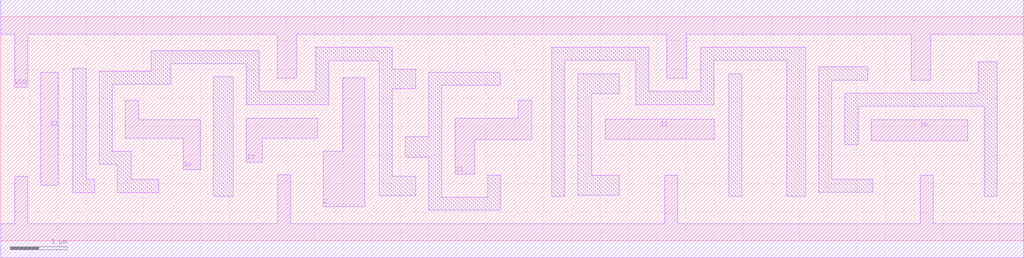
<source format=lef>
# Copyright 2022 GlobalFoundries PDK Authors
#
# Licensed under the Apache License, Version 2.0 (the "License");
# you may not use this file except in compliance with the License.
# You may obtain a copy of the License at
#
#      http://www.apache.org/licenses/LICENSE-2.0
#
# Unless required by applicable law or agreed to in writing, software
# distributed under the License is distributed on an "AS IS" BASIS,
# WITHOUT WARRANTIES OR CONDITIONS OF ANY KIND, either express or implied.
# See the License for the specific language governing permissions and
# limitations under the License.

MACRO gf180mcu_fd_sc_mcu7t5v0__mux4_1
  CLASS core ;
  FOREIGN gf180mcu_fd_sc_mcu7t5v0__mux4_1 0.0 0.0 ;
  ORIGIN 0 0 ;
  SYMMETRY X Y ;
  SITE GF018hv5v_mcu_sc7 ;
  SIZE 17.92 BY 3.92 ;
  PIN I0
    DIRECTION INPUT ;
    ANTENNAGATEAREA 0.5015 ;
    PORT
      LAYER METAL1 ;
        POLYGON 15.25 1.75 15.275 1.75 16.94 1.75 16.94 2.12 15.275 2.12 15.25 2.12  ;
    END
  END I0
  PIN I1
    DIRECTION INPUT ;
    ANTENNAGATEAREA 0.5015 ;
    PORT
      LAYER METAL1 ;
        POLYGON 10.59 1.78 12.5 1.78 12.5 2.13 10.59 2.13  ;
    END
  END I1
  PIN I2
    DIRECTION INPUT ;
    ANTENNAGATEAREA 0.5015 ;
    PORT
      LAYER METAL1 ;
        POLYGON 0.705 0.97 1.01 0.97 1.01 2.95 0.705 2.95  ;
    END
  END I2
  PIN I3
    DIRECTION INPUT ;
    ANTENNAGATEAREA 0.5015 ;
    PORT
      LAYER METAL1 ;
        POLYGON 4.3 1.375 4.585 1.375 4.585 1.8 5.55 1.8 5.55 2.15 4.3 2.15  ;
    END
  END I3
  PIN S0
    DIRECTION INPUT ;
    ANTENNAGATEAREA 1.5045 ;
    PORT
      LAYER METAL1 ;
        POLYGON 2.185 1.8 3.2 1.8 3.2 1.24 3.495 1.24 3.495 2.12 2.415 2.12 2.415 2.465 2.185 2.465  ;
    END
  END S0
  PIN S1
    DIRECTION INPUT ;
    ANTENNAGATEAREA 1.003 ;
    PORT
      LAYER METAL1 ;
        POLYGON 7.96 1.165 8.3 1.165 8.3 1.77 8.76 1.77 9.3 1.77 9.3 2.465 9.07 2.465 9.07 2.15 8.76 2.15 7.96 2.15  ;
    END
  END S1
  PIN Z
    DIRECTION OUTPUT ;
    ANTENNADIFFAREA 0.5104 ;
    PORT
      LAYER METAL1 ;
        POLYGON 5.65 0.6 6.38 0.6 6.38 2.855 5.99 2.855 5.99 1.57 5.65 1.57  ;
    END
  END Z
  PIN VDD
    DIRECTION INOUT ;
    USE power ;
    SHAPE ABUTMENT ;
    PORT
      LAYER METAL1 ;
        POLYGON 0 3.62 0.245 3.62 0.245 2.685 0.475 2.685 0.475 3.62 1.65 3.62 4.845 3.62 4.845 2.845 5.185 2.845 5.185 3.62 7.27 3.62 8.76 3.62 11.67 3.62 11.67 2.845 12.015 2.845 12.015 3.62 14.1 3.62 15.955 3.62 15.955 2.815 16.295 2.815 16.295 3.62 17.46 3.62 17.92 3.62 17.92 4.22 17.46 4.22 14.1 4.22 8.76 4.22 7.27 4.22 1.65 4.22 0 4.22  ;
    END
  END VDD
  PIN VSS
    DIRECTION INOUT ;
    USE ground ;
    SHAPE ABUTMENT ;
    PORT
      LAYER METAL1 ;
        POLYGON 0 -0.3 17.92 -0.3 17.92 0.3 16.34 0.3 16.34 1.145 16.11 1.145 16.11 0.3 11.86 0.3 11.86 1.145 11.63 1.145 11.63 0.3 5.08 0.3 5.08 1.16 4.85 1.16 4.85 0.3 0.475 0.3 0.475 1.13 0.245 1.13 0.245 0.3 0 0.3  ;
    END
  END VSS
  OBS
      LAYER METAL1 ;
        POLYGON 1.26 0.845 1.65 0.845 1.65 1.075 1.495 1.075 1.495 3.025 1.26 3.025  ;
        POLYGON 3.725 0.78 4.07 0.78 4.07 2.87 3.725 2.87  ;
        POLYGON 6.86 2.665 7.27 2.665 7.27 3.005 6.86 3.005 6.86 3.39 5.52 3.39 5.52 2.615 4.53 2.615 4.53 3.33 2.635 3.33 2.635 2.97 1.725 2.97 1.725 1.34 2.04 1.34 2.04 0.845 2.77 0.845 2.77 1.075 2.29 1.075 2.29 1.57 1.955 1.57 1.955 2.74 2.975 2.74 2.975 3.1 4.3 3.1 4.3 2.38 5.75 2.38 5.75 3.155 6.63 3.155 6.63 0.79 7.27 0.79 7.27 1.13 6.86 1.13  ;
        POLYGON 7.09 1.46 7.5 1.46 7.5 0.53 8.76 0.53 8.76 1.145 8.53 1.145 8.53 0.76 7.73 0.76 7.73 2.72 8.755 2.72 8.755 2.95 7.5 2.95 7.5 1.82 7.09 1.82  ;
        POLYGON 10.35 2.575 10.84 2.575 10.84 2.925 10.11 2.925 10.11 0.795 10.84 0.795 10.84 1.145 10.35 1.145  ;
        POLYGON 12.75 0.78 12.98 0.78 12.98 2.925 12.75 2.925  ;
        POLYGON 9.65 0.78 9.88 0.78 9.88 3.16 11.125 3.16 11.125 2.38 12.495 2.38 12.495 3.16 13.77 3.16 13.77 0.78 14.1 0.78 14.1 3.39 12.265 3.39 12.265 2.615 11.355 2.615 11.355 3.39 9.65 3.39  ;
        POLYGON 14.33 0.85 15.275 0.85 15.275 1.08 14.56 1.08 14.56 2.815 15.19 2.815 15.19 3.045 14.33 3.045  ;
        POLYGON 14.79 1.685 15.02 1.685 15.02 2.355 17.23 2.355 17.23 0.78 17.46 0.78 17.46 3.14 17.125 3.14 17.125 2.585 14.79 2.585  ;
  END
END gf180mcu_fd_sc_mcu7t5v0__mux4_1

</source>
